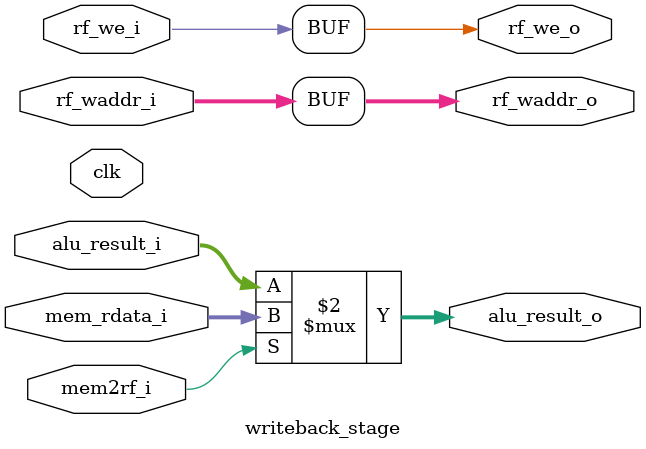
<source format=sv>
module writeback_stage #(
  parameter ADDR_W = 32,
  parameter DATA_W = 32
)(
  input clk,

// from ME
  input              rf_we_i,
  input  [ADDR_W-1:0]rf_waddr_i,
  input              mem2rf_i,
  input  [DATA_W-1:0]mem_rdata_i,
  input  [DATA_W-1:0]alu_result_i,
// to DE
  output logic             rf_we_o,
  output logic [ADDR_W-1:0]rf_waddr_o,
  output logic [DATA_W-1:0]alu_result_o
);

  always_comb begin
    rf_we_o = rf_we_i;
    rf_waddr_o = rf_waddr_i;
    alu_result_o = mem2rf_i ? mem_rdata_i : alu_result_i;
  end

endmodule


</source>
